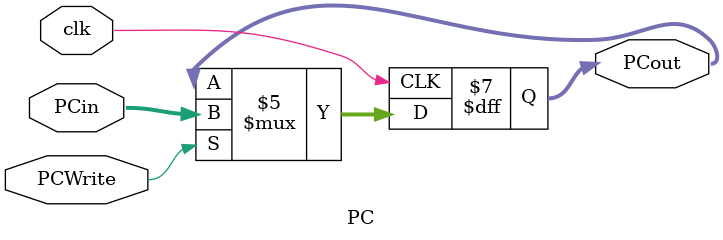
<source format=v>
`timescale 1ns / 1ps

module PC(PCout,PCin,PCWrite,clk);
output [31:0] PCout;
input [31:0] PCin;
input PCWrite;
input clk;

reg [31:0] PCout=32'b0;
always @ (posedge clk) begin
if (PCWrite == 1'b1) begin
    PCout=PCin;
end
end
endmodule

</source>
